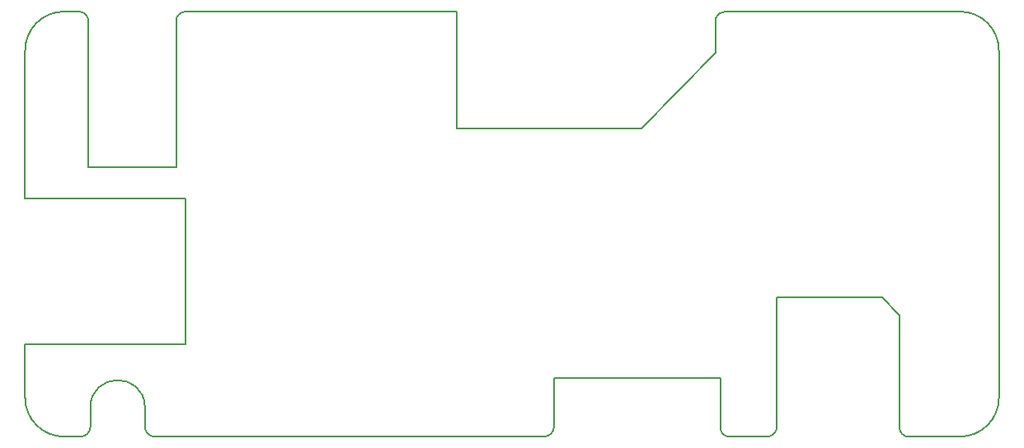
<source format=gm1>
%TF.GenerationSoftware,KiCad,Pcbnew,(5.0.0)*%
%TF.CreationDate,2019-07-13T03:49:14+02:00*%
%TF.ProjectId,Gnu_Vario_E_V1.10,476E755F566172696F5F455F56312E31,V 1.10*%
%TF.SameCoordinates,Original*%
%TF.FileFunction,Profile,NP*%
%FSLAX46Y46*%
G04 Gerber Fmt 4.6, Leading zero omitted, Abs format (unit mm)*
G04 Created by KiCad (PCBNEW (5.0.0)) date 07/13/19 03:49:14*
%MOMM*%
%LPD*%
G01*
G04 APERTURE LIST*
%ADD10C,0.150000*%
G04 APERTURE END LIST*
D10*
X162700000Y-95300000D02*
X173500000Y-95300000D01*
X162700000Y-108600000D02*
G75*
G02X161700000Y-109600000I-1000000J0D01*
G01*
X176200000Y-109600000D02*
G75*
G02X175300000Y-108700000I0J900000D01*
G01*
X175300000Y-97100000D02*
X175300000Y-108700000D01*
X173500000Y-95300000D02*
X175300000Y-97100000D01*
X162700000Y-95300000D02*
X162700000Y-108600000D01*
X157800000Y-109600000D02*
G75*
G02X156900000Y-108700000I0J900000D01*
G01*
X85500000Y-69900000D02*
X85500000Y-85100000D01*
X102000000Y-100100000D02*
X85500000Y-100100000D01*
X102000000Y-85100000D02*
X102000000Y-100100000D01*
X101000000Y-85100000D02*
X102000000Y-85100000D01*
X101000000Y-85100000D02*
X85500000Y-85100000D01*
X148800000Y-77900000D02*
X156400000Y-70100000D01*
X129800000Y-77900000D02*
X148800000Y-77900000D01*
X129800000Y-65900000D02*
X129800000Y-77900000D01*
X157800000Y-109600000D02*
X161700000Y-109600000D01*
X175700000Y-65900000D02*
X162400000Y-65900000D01*
X162400000Y-65900000D02*
X157400000Y-65900000D01*
X156402857Y-66600886D02*
G75*
G02X157400000Y-65900000I952331J-295115D01*
G01*
X156400000Y-66600000D02*
X156400000Y-70100000D01*
X98800000Y-109600000D02*
G75*
G02X97800000Y-108600000I0J1000000D01*
G01*
X92198215Y-108600000D02*
G75*
G02X91198215Y-109600000I-1000000J0D01*
G01*
X92198215Y-106600000D02*
G75*
G02X97800000Y-106500000I2801785J0D01*
G01*
X97800000Y-108600000D02*
X97800000Y-106500000D01*
X92200000Y-108600000D02*
X92198215Y-106600000D01*
X139800000Y-108600000D02*
G75*
G02X138800000Y-109600000I-1000000J0D01*
G01*
X101000000Y-66900000D02*
G75*
G02X102000000Y-65900000I1000000J0D01*
G01*
X91000000Y-65900000D02*
G75*
G02X92000000Y-66900000I0J-1000000D01*
G01*
X85500000Y-69900000D02*
G75*
G02X89500000Y-65900000I4000000J0D01*
G01*
X89500000Y-109600000D02*
G75*
G02X85500000Y-105600000I0J4000000D01*
G01*
X185500000Y-105600000D02*
G75*
G02X181500000Y-109600000I-4000000J0D01*
G01*
X181500000Y-65900000D02*
G75*
G02X185500000Y-69900000I0J-4000000D01*
G01*
X156900000Y-103600000D02*
X139800000Y-103600000D01*
X139800000Y-103600000D02*
X139800000Y-108600000D01*
X156900000Y-108700000D02*
X156900000Y-103600000D01*
X138800000Y-109600000D02*
X98800000Y-109600000D01*
X181500000Y-109600000D02*
X176200000Y-109600000D01*
X185500000Y-69900000D02*
X185500000Y-105600000D01*
X175700000Y-65900000D02*
X181500000Y-65900000D01*
X102000000Y-65900000D02*
X129800000Y-65900000D01*
X101000000Y-81900000D02*
X101000000Y-66900000D01*
X92000000Y-81900000D02*
X101000000Y-81900000D01*
X92000000Y-66900000D02*
X92000000Y-81900000D01*
X89500000Y-65900000D02*
X91000000Y-65900000D01*
X85500000Y-105600000D02*
X85500000Y-100100000D01*
X91200000Y-109600000D02*
X89500000Y-109600000D01*
M02*

</source>
